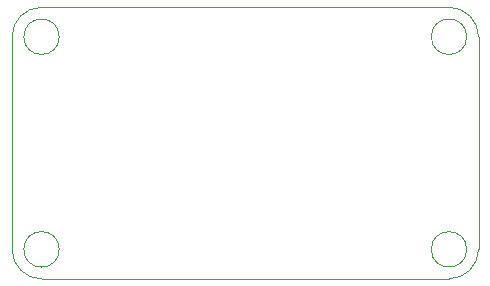
<source format=gbr>
%TF.GenerationSoftware,KiCad,Pcbnew,9.0.4*%
%TF.CreationDate,2025-10-16T10:52:12+01:00*%
%TF.ProjectId,tinySolarSupply,74696e79-536f-46c6-9172-537570706c79,rev?*%
%TF.SameCoordinates,Original*%
%TF.FileFunction,Profile,NP*%
%FSLAX46Y46*%
G04 Gerber Fmt 4.6, Leading zero omitted, Abs format (unit mm)*
G04 Created by KiCad (PCBNEW 9.0.4) date 2025-10-16 10:52:12*
%MOMM*%
%LPD*%
G01*
G04 APERTURE LIST*
%TA.AperFunction,Profile*%
%ADD10C,0.050000*%
%TD*%
G04 APERTURE END LIST*
D10*
X137500000Y-133500000D02*
X103000000Y-133500000D01*
X103000000Y-156500000D02*
X137500000Y-156500000D01*
X100500000Y-136000000D02*
X100500000Y-154000000D01*
X100500000Y-136000000D02*
G75*
G02*
X103000000Y-133500000I2500000J0D01*
G01*
X103000000Y-156500000D02*
G75*
G02*
X100500000Y-154000000I0J2500000D01*
G01*
X140000000Y-136000000D02*
X140000000Y-154000000D01*
X140000000Y-154000000D02*
G75*
G02*
X137500000Y-156500000I-2500000J0D01*
G01*
X137500000Y-133500000D02*
G75*
G02*
X140000000Y-136000000I0J-2500000D01*
G01*
X104500000Y-154000000D02*
G75*
G02*
X101500000Y-154000000I-1500000J0D01*
G01*
X101500000Y-154000000D02*
G75*
G02*
X104500000Y-154000000I1500000J0D01*
G01*
X104500000Y-136000000D02*
G75*
G02*
X101500000Y-136000000I-1500000J0D01*
G01*
X101500000Y-136000000D02*
G75*
G02*
X104500000Y-136000000I1500000J0D01*
G01*
X139000000Y-136000000D02*
G75*
G02*
X136000000Y-136000000I-1500000J0D01*
G01*
X136000000Y-136000000D02*
G75*
G02*
X139000000Y-136000000I1500000J0D01*
G01*
X139000000Y-154000000D02*
G75*
G02*
X136000000Y-154000000I-1500000J0D01*
G01*
X136000000Y-154000000D02*
G75*
G02*
X139000000Y-154000000I1500000J0D01*
G01*
M02*

</source>
